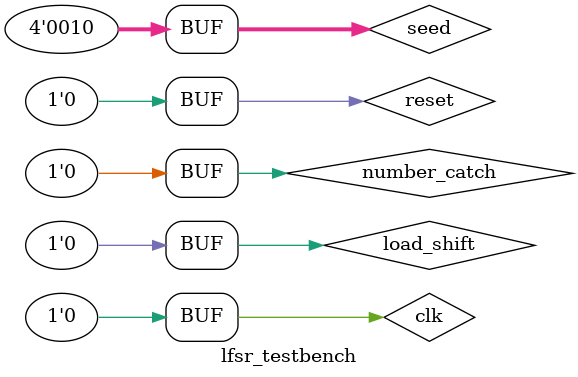
<source format=sv>
module lfsr_testbench();
	logic			clk, reset, number_catch, load_shift, SER;
	logic			[3:0] seed, RNG;
	logic			[6:0] segments;
	
	lfsr dut(clk, reset, number_catch, load_shift, seed, segments, RNG);
	
	//generates the clock
	always
		begin
			clk = 1'b1; #5; clk = 1'b0; #5;
		end
	
	//generates caught number
	always
		begin
			number_catch = 1'b1; #5 number_catch = 1'b0; #5;
		end
		
	//tests the system
	initial
		begin
	seed = 4'b1010;
	reset = 1; load_shift = 0; #10;
	reset = 0; load_shift = 1; #10;
	load_shift = 0; #50;
	seed = 4'b0010; #10;
	reset = 1; load_shift = 0; #10;
	reset = 0;	load_shift = 1; #10;
	load_shift = 0; #50;
	end
	
	
endmodule
</source>
